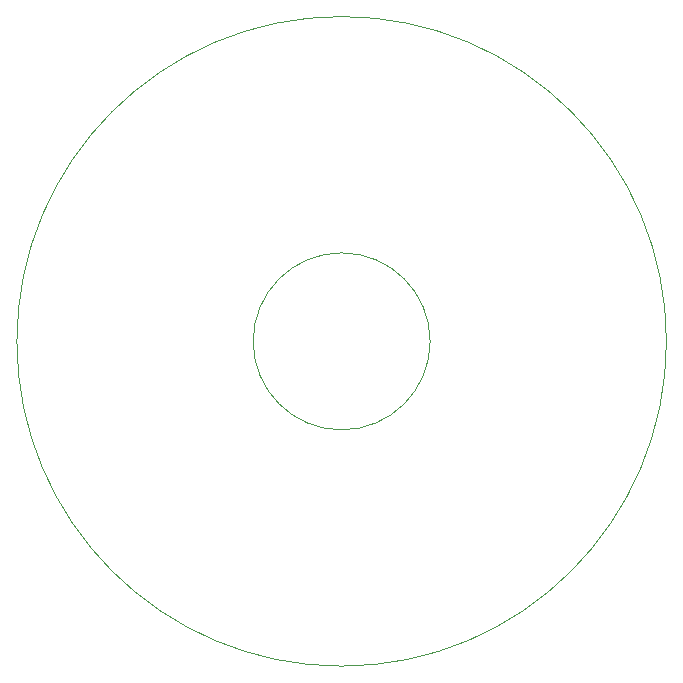
<source format=gbr>
G04 (created by PCBNEW (2013-mar-13)-testing) date Wed 22 May 2013 10:15:49 PM CEST*
%MOIN*%
G04 Gerber Fmt 3.4, Leading zero omitted, Abs format*
%FSLAX34Y34*%
G01*
G70*
G90*
G04 APERTURE LIST*
%ADD10C,0.005906*%
%ADD11C,0.003937*%
G04 APERTURE END LIST*
G54D10*
G54D11*
X105326Y-59050D02*
G75*
G03X105326Y-59050I-10826J0D01*
G74*
G01*
X97450Y-59050D02*
G75*
G03X97450Y-59050I-2950J0D01*
G74*
G01*
M02*

</source>
